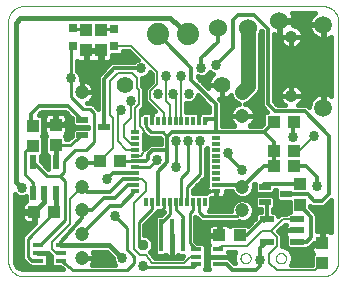
<source format=gtl>
G75*
%MOIN*%
%OFA0B0*%
%FSLAX25Y25*%
%IPPOS*%
%LPD*%
%AMOC8*
5,1,8,0,0,1.08239X$1,22.5*
%
%ADD10C,0.00000*%
%ADD11R,0.03937X0.04331*%
%ADD12R,0.03150X0.03150*%
%ADD13R,0.03937X0.01969*%
%ADD14R,0.02165X0.04724*%
%ADD15R,0.03740X0.01417*%
%ADD16R,0.04331X0.03937*%
%ADD17R,0.04724X0.02165*%
%ADD18C,0.03369*%
%ADD19C,0.05600*%
%ADD20C,0.07400*%
%ADD21C,0.05906*%
%ADD22C,0.04156*%
%ADD23C,0.04724*%
%ADD24R,0.03150X0.01181*%
%ADD25R,0.01181X0.03150*%
%ADD26R,0.01181X0.11000*%
%ADD27C,0.06000*%
%ADD28C,0.01000*%
%ADD29C,0.00600*%
%ADD30C,0.01400*%
%ADD31C,0.01800*%
%ADD32C,0.01600*%
%ADD33C,0.03762*%
%ADD34C,0.00800*%
%ADD35C,0.01200*%
%ADD36C,0.05000*%
D10*
X0016800Y0011800D02*
X0116800Y0011800D01*
X0116940Y0011802D01*
X0117080Y0011808D01*
X0117220Y0011818D01*
X0117360Y0011831D01*
X0117499Y0011849D01*
X0117638Y0011871D01*
X0117775Y0011896D01*
X0117913Y0011925D01*
X0118049Y0011958D01*
X0118184Y0011995D01*
X0118318Y0012036D01*
X0118451Y0012081D01*
X0118583Y0012129D01*
X0118713Y0012181D01*
X0118842Y0012236D01*
X0118969Y0012295D01*
X0119095Y0012358D01*
X0119219Y0012424D01*
X0119340Y0012493D01*
X0119460Y0012566D01*
X0119578Y0012643D01*
X0119693Y0012722D01*
X0119807Y0012805D01*
X0119917Y0012891D01*
X0120026Y0012980D01*
X0120132Y0013072D01*
X0120235Y0013167D01*
X0120336Y0013264D01*
X0120433Y0013365D01*
X0120528Y0013468D01*
X0120620Y0013574D01*
X0120709Y0013683D01*
X0120795Y0013793D01*
X0120878Y0013907D01*
X0120957Y0014022D01*
X0121034Y0014140D01*
X0121107Y0014260D01*
X0121176Y0014381D01*
X0121242Y0014505D01*
X0121305Y0014631D01*
X0121364Y0014758D01*
X0121419Y0014887D01*
X0121471Y0015017D01*
X0121519Y0015149D01*
X0121564Y0015282D01*
X0121605Y0015416D01*
X0121642Y0015551D01*
X0121675Y0015687D01*
X0121704Y0015825D01*
X0121729Y0015962D01*
X0121751Y0016101D01*
X0121769Y0016240D01*
X0121782Y0016380D01*
X0121792Y0016520D01*
X0121798Y0016660D01*
X0121800Y0016800D01*
X0121800Y0096800D01*
X0121798Y0096940D01*
X0121792Y0097080D01*
X0121782Y0097220D01*
X0121769Y0097360D01*
X0121751Y0097499D01*
X0121729Y0097638D01*
X0121704Y0097775D01*
X0121675Y0097913D01*
X0121642Y0098049D01*
X0121605Y0098184D01*
X0121564Y0098318D01*
X0121519Y0098451D01*
X0121471Y0098583D01*
X0121419Y0098713D01*
X0121364Y0098842D01*
X0121305Y0098969D01*
X0121242Y0099095D01*
X0121176Y0099219D01*
X0121107Y0099340D01*
X0121034Y0099460D01*
X0120957Y0099578D01*
X0120878Y0099693D01*
X0120795Y0099807D01*
X0120709Y0099917D01*
X0120620Y0100026D01*
X0120528Y0100132D01*
X0120433Y0100235D01*
X0120336Y0100336D01*
X0120235Y0100433D01*
X0120132Y0100528D01*
X0120026Y0100620D01*
X0119917Y0100709D01*
X0119807Y0100795D01*
X0119693Y0100878D01*
X0119578Y0100957D01*
X0119460Y0101034D01*
X0119340Y0101107D01*
X0119219Y0101176D01*
X0119095Y0101242D01*
X0118969Y0101305D01*
X0118842Y0101364D01*
X0118713Y0101419D01*
X0118583Y0101471D01*
X0118451Y0101519D01*
X0118318Y0101564D01*
X0118184Y0101605D01*
X0118049Y0101642D01*
X0117913Y0101675D01*
X0117775Y0101704D01*
X0117638Y0101729D01*
X0117499Y0101751D01*
X0117360Y0101769D01*
X0117220Y0101782D01*
X0117080Y0101792D01*
X0116940Y0101798D01*
X0116800Y0101800D01*
X0016800Y0101800D01*
X0016660Y0101798D01*
X0016520Y0101792D01*
X0016380Y0101782D01*
X0016240Y0101769D01*
X0016101Y0101751D01*
X0015962Y0101729D01*
X0015825Y0101704D01*
X0015687Y0101675D01*
X0015551Y0101642D01*
X0015416Y0101605D01*
X0015282Y0101564D01*
X0015149Y0101519D01*
X0015017Y0101471D01*
X0014887Y0101419D01*
X0014758Y0101364D01*
X0014631Y0101305D01*
X0014505Y0101242D01*
X0014381Y0101176D01*
X0014260Y0101107D01*
X0014140Y0101034D01*
X0014022Y0100957D01*
X0013907Y0100878D01*
X0013793Y0100795D01*
X0013683Y0100709D01*
X0013574Y0100620D01*
X0013468Y0100528D01*
X0013365Y0100433D01*
X0013264Y0100336D01*
X0013167Y0100235D01*
X0013072Y0100132D01*
X0012980Y0100026D01*
X0012891Y0099917D01*
X0012805Y0099807D01*
X0012722Y0099693D01*
X0012643Y0099578D01*
X0012566Y0099460D01*
X0012493Y0099340D01*
X0012424Y0099219D01*
X0012358Y0099095D01*
X0012295Y0098969D01*
X0012236Y0098842D01*
X0012181Y0098713D01*
X0012129Y0098583D01*
X0012081Y0098451D01*
X0012036Y0098318D01*
X0011995Y0098184D01*
X0011958Y0098049D01*
X0011925Y0097913D01*
X0011896Y0097775D01*
X0011871Y0097638D01*
X0011849Y0097499D01*
X0011831Y0097360D01*
X0011818Y0097220D01*
X0011808Y0097080D01*
X0011802Y0096940D01*
X0011800Y0096800D01*
X0011800Y0016800D01*
X0011802Y0016660D01*
X0011808Y0016520D01*
X0011818Y0016380D01*
X0011831Y0016240D01*
X0011849Y0016101D01*
X0011871Y0015962D01*
X0011896Y0015825D01*
X0011925Y0015687D01*
X0011958Y0015551D01*
X0011995Y0015416D01*
X0012036Y0015282D01*
X0012081Y0015149D01*
X0012129Y0015017D01*
X0012181Y0014887D01*
X0012236Y0014758D01*
X0012295Y0014631D01*
X0012358Y0014505D01*
X0012424Y0014381D01*
X0012493Y0014260D01*
X0012566Y0014140D01*
X0012643Y0014022D01*
X0012722Y0013907D01*
X0012805Y0013793D01*
X0012891Y0013683D01*
X0012980Y0013574D01*
X0013072Y0013468D01*
X0013167Y0013365D01*
X0013264Y0013264D01*
X0013365Y0013167D01*
X0013468Y0013072D01*
X0013574Y0012980D01*
X0013683Y0012891D01*
X0013793Y0012805D01*
X0013907Y0012722D01*
X0014022Y0012643D01*
X0014140Y0012566D01*
X0014260Y0012493D01*
X0014381Y0012424D01*
X0014505Y0012358D01*
X0014631Y0012295D01*
X0014758Y0012236D01*
X0014887Y0012181D01*
X0015017Y0012129D01*
X0015149Y0012081D01*
X0015282Y0012036D01*
X0015416Y0011995D01*
X0015551Y0011958D01*
X0015687Y0011925D01*
X0015825Y0011896D01*
X0015962Y0011871D01*
X0016101Y0011849D01*
X0016240Y0011831D01*
X0016380Y0011818D01*
X0016520Y0011808D01*
X0016660Y0011802D01*
X0016800Y0011800D01*
X0089200Y0017800D02*
X0089202Y0017882D01*
X0089208Y0017964D01*
X0089218Y0018046D01*
X0089232Y0018127D01*
X0089249Y0018207D01*
X0089271Y0018286D01*
X0089296Y0018364D01*
X0089326Y0018441D01*
X0089358Y0018516D01*
X0089395Y0018590D01*
X0089435Y0018662D01*
X0089478Y0018732D01*
X0089525Y0018799D01*
X0089575Y0018865D01*
X0089628Y0018927D01*
X0089683Y0018987D01*
X0089742Y0019045D01*
X0089804Y0019099D01*
X0089868Y0019151D01*
X0089934Y0019199D01*
X0090003Y0019244D01*
X0090074Y0019286D01*
X0090147Y0019324D01*
X0090221Y0019359D01*
X0090297Y0019390D01*
X0090375Y0019417D01*
X0090453Y0019440D01*
X0090533Y0019460D01*
X0090614Y0019476D01*
X0090695Y0019488D01*
X0090777Y0019496D01*
X0090859Y0019500D01*
X0090941Y0019500D01*
X0091023Y0019496D01*
X0091105Y0019488D01*
X0091186Y0019476D01*
X0091267Y0019460D01*
X0091347Y0019440D01*
X0091425Y0019417D01*
X0091503Y0019390D01*
X0091579Y0019359D01*
X0091653Y0019324D01*
X0091726Y0019286D01*
X0091797Y0019244D01*
X0091866Y0019199D01*
X0091932Y0019151D01*
X0091996Y0019099D01*
X0092058Y0019045D01*
X0092117Y0018987D01*
X0092172Y0018927D01*
X0092225Y0018865D01*
X0092275Y0018799D01*
X0092322Y0018732D01*
X0092365Y0018662D01*
X0092405Y0018590D01*
X0092442Y0018516D01*
X0092474Y0018441D01*
X0092504Y0018364D01*
X0092529Y0018286D01*
X0092551Y0018207D01*
X0092568Y0018127D01*
X0092582Y0018046D01*
X0092592Y0017964D01*
X0092598Y0017882D01*
X0092600Y0017800D01*
X0092598Y0017718D01*
X0092592Y0017636D01*
X0092582Y0017554D01*
X0092568Y0017473D01*
X0092551Y0017393D01*
X0092529Y0017314D01*
X0092504Y0017236D01*
X0092474Y0017159D01*
X0092442Y0017084D01*
X0092405Y0017010D01*
X0092365Y0016938D01*
X0092322Y0016868D01*
X0092275Y0016801D01*
X0092225Y0016735D01*
X0092172Y0016673D01*
X0092117Y0016613D01*
X0092058Y0016555D01*
X0091996Y0016501D01*
X0091932Y0016449D01*
X0091866Y0016401D01*
X0091797Y0016356D01*
X0091726Y0016314D01*
X0091653Y0016276D01*
X0091579Y0016241D01*
X0091503Y0016210D01*
X0091425Y0016183D01*
X0091347Y0016160D01*
X0091267Y0016140D01*
X0091186Y0016124D01*
X0091105Y0016112D01*
X0091023Y0016104D01*
X0090941Y0016100D01*
X0090859Y0016100D01*
X0090777Y0016104D01*
X0090695Y0016112D01*
X0090614Y0016124D01*
X0090533Y0016140D01*
X0090453Y0016160D01*
X0090375Y0016183D01*
X0090297Y0016210D01*
X0090221Y0016241D01*
X0090147Y0016276D01*
X0090074Y0016314D01*
X0090003Y0016356D01*
X0089934Y0016401D01*
X0089868Y0016449D01*
X0089804Y0016501D01*
X0089742Y0016555D01*
X0089683Y0016613D01*
X0089628Y0016673D01*
X0089575Y0016735D01*
X0089525Y0016801D01*
X0089478Y0016868D01*
X0089435Y0016938D01*
X0089395Y0017010D01*
X0089358Y0017084D01*
X0089326Y0017159D01*
X0089296Y0017236D01*
X0089271Y0017314D01*
X0089249Y0017393D01*
X0089232Y0017473D01*
X0089218Y0017554D01*
X0089208Y0017636D01*
X0089202Y0017718D01*
X0089200Y0017800D01*
X0101000Y0017800D02*
X0101002Y0017882D01*
X0101008Y0017964D01*
X0101018Y0018046D01*
X0101032Y0018127D01*
X0101049Y0018207D01*
X0101071Y0018286D01*
X0101096Y0018364D01*
X0101126Y0018441D01*
X0101158Y0018516D01*
X0101195Y0018590D01*
X0101235Y0018662D01*
X0101278Y0018732D01*
X0101325Y0018799D01*
X0101375Y0018865D01*
X0101428Y0018927D01*
X0101483Y0018987D01*
X0101542Y0019045D01*
X0101604Y0019099D01*
X0101668Y0019151D01*
X0101734Y0019199D01*
X0101803Y0019244D01*
X0101874Y0019286D01*
X0101947Y0019324D01*
X0102021Y0019359D01*
X0102097Y0019390D01*
X0102175Y0019417D01*
X0102253Y0019440D01*
X0102333Y0019460D01*
X0102414Y0019476D01*
X0102495Y0019488D01*
X0102577Y0019496D01*
X0102659Y0019500D01*
X0102741Y0019500D01*
X0102823Y0019496D01*
X0102905Y0019488D01*
X0102986Y0019476D01*
X0103067Y0019460D01*
X0103147Y0019440D01*
X0103225Y0019417D01*
X0103303Y0019390D01*
X0103379Y0019359D01*
X0103453Y0019324D01*
X0103526Y0019286D01*
X0103597Y0019244D01*
X0103666Y0019199D01*
X0103732Y0019151D01*
X0103796Y0019099D01*
X0103858Y0019045D01*
X0103917Y0018987D01*
X0103972Y0018927D01*
X0104025Y0018865D01*
X0104075Y0018799D01*
X0104122Y0018732D01*
X0104165Y0018662D01*
X0104205Y0018590D01*
X0104242Y0018516D01*
X0104274Y0018441D01*
X0104304Y0018364D01*
X0104329Y0018286D01*
X0104351Y0018207D01*
X0104368Y0018127D01*
X0104382Y0018046D01*
X0104392Y0017964D01*
X0104398Y0017882D01*
X0104400Y0017800D01*
X0104398Y0017718D01*
X0104392Y0017636D01*
X0104382Y0017554D01*
X0104368Y0017473D01*
X0104351Y0017393D01*
X0104329Y0017314D01*
X0104304Y0017236D01*
X0104274Y0017159D01*
X0104242Y0017084D01*
X0104205Y0017010D01*
X0104165Y0016938D01*
X0104122Y0016868D01*
X0104075Y0016801D01*
X0104025Y0016735D01*
X0103972Y0016673D01*
X0103917Y0016613D01*
X0103858Y0016555D01*
X0103796Y0016501D01*
X0103732Y0016449D01*
X0103666Y0016401D01*
X0103597Y0016356D01*
X0103526Y0016314D01*
X0103453Y0016276D01*
X0103379Y0016241D01*
X0103303Y0016210D01*
X0103225Y0016183D01*
X0103147Y0016160D01*
X0103067Y0016140D01*
X0102986Y0016124D01*
X0102905Y0016112D01*
X0102823Y0016104D01*
X0102741Y0016100D01*
X0102659Y0016100D01*
X0102577Y0016104D01*
X0102495Y0016112D01*
X0102414Y0016124D01*
X0102333Y0016140D01*
X0102253Y0016160D01*
X0102175Y0016183D01*
X0102097Y0016210D01*
X0102021Y0016241D01*
X0101947Y0016276D01*
X0101874Y0016314D01*
X0101803Y0016356D01*
X0101734Y0016401D01*
X0101668Y0016449D01*
X0101604Y0016501D01*
X0101542Y0016555D01*
X0101483Y0016613D01*
X0101428Y0016673D01*
X0101375Y0016735D01*
X0101325Y0016801D01*
X0101278Y0016868D01*
X0101235Y0016938D01*
X0101195Y0017010D01*
X0101158Y0017084D01*
X0101126Y0017159D01*
X0101096Y0017236D01*
X0101071Y0017314D01*
X0101049Y0017393D01*
X0101032Y0017473D01*
X0101018Y0017554D01*
X0101008Y0017636D01*
X0101002Y0017718D01*
X0101000Y0017800D01*
D11*
X0116489Y0016143D03*
X0116489Y0022836D03*
X0109050Y0035704D03*
X0109050Y0042396D03*
X0042700Y0087154D03*
X0037850Y0087154D03*
X0037850Y0093846D03*
X0042700Y0093846D03*
X0027550Y0062246D03*
X0020150Y0062046D03*
X0020150Y0055354D03*
X0027550Y0055554D03*
D12*
X0033400Y0088547D03*
X0033400Y0094453D03*
X0047100Y0094353D03*
X0047100Y0088447D03*
D13*
X0036507Y0064009D03*
X0036507Y0058891D03*
X0043593Y0061450D03*
X0097257Y0041609D03*
X0097257Y0036491D03*
X0104343Y0039050D03*
D14*
X0027590Y0039681D03*
X0023850Y0039681D03*
X0020110Y0039681D03*
X0020110Y0049919D03*
X0027590Y0049919D03*
D15*
X0029290Y0022109D03*
X0029290Y0019550D03*
X0029290Y0016991D03*
X0021810Y0016991D03*
X0021810Y0019550D03*
X0021810Y0022109D03*
X0074310Y0020859D03*
X0074310Y0018300D03*
X0074310Y0015741D03*
X0081790Y0015741D03*
X0081790Y0018300D03*
X0081790Y0020859D03*
D16*
X0082204Y0025400D03*
X0088896Y0025400D03*
X0100254Y0048700D03*
X0100254Y0053600D03*
X0106946Y0053600D03*
X0106946Y0048700D03*
X0106946Y0063200D03*
X0100254Y0063200D03*
X0049146Y0050050D03*
X0042454Y0050050D03*
X0027196Y0033200D03*
X0020504Y0033200D03*
D17*
X0097931Y0030790D03*
X0097931Y0023310D03*
X0108169Y0023310D03*
X0108169Y0027050D03*
X0108169Y0030790D03*
D18*
X0114800Y0041800D03*
X0113700Y0058500D03*
X0106800Y0058300D03*
X0089800Y0047100D03*
X0085000Y0052900D03*
X0075800Y0056800D03*
X0071800Y0056800D03*
X0067800Y0056800D03*
X0061300Y0050600D03*
X0067800Y0048300D03*
X0075800Y0040800D03*
X0058800Y0026800D03*
X0049800Y0017800D03*
X0056800Y0015300D03*
X0047300Y0031800D03*
X0044800Y0044300D03*
X0058600Y0056800D03*
X0057850Y0067550D03*
X0052600Y0070300D03*
X0049300Y0067300D03*
X0057700Y0076500D03*
X0056200Y0081100D03*
X0064241Y0078601D03*
X0069359Y0078601D03*
X0066800Y0072499D03*
X0071918Y0072499D03*
X0075250Y0070000D03*
X0084600Y0064850D03*
X0076200Y0081300D03*
X0081000Y0082200D03*
X0061682Y0072499D03*
X0040700Y0081500D03*
X0032800Y0077800D03*
X0032000Y0063200D03*
X0016300Y0041300D03*
X0076700Y0024800D03*
X0095800Y0017300D03*
X0108800Y0018000D03*
D19*
X0082942Y0075550D03*
X0050658Y0075550D03*
D20*
X0061800Y0092509D03*
X0071800Y0092509D03*
D21*
X0116800Y0095578D03*
X0116800Y0068022D03*
D22*
X0106170Y0071957D03*
X0106170Y0091643D03*
D23*
X0089822Y0073109D03*
X0089822Y0065235D03*
X0089822Y0041613D03*
X0089822Y0033739D03*
X0036278Y0033739D03*
X0036278Y0041613D03*
X0036278Y0049487D03*
X0036278Y0025865D03*
X0036278Y0017991D03*
X0036278Y0073109D03*
D24*
X0054164Y0059893D03*
X0054164Y0057924D03*
X0054164Y0055956D03*
X0054164Y0053987D03*
X0054164Y0052019D03*
X0054164Y0050050D03*
X0054164Y0048081D03*
X0054164Y0046113D03*
X0054164Y0044144D03*
X0054164Y0042176D03*
X0054164Y0040207D03*
X0080936Y0040207D03*
X0080936Y0042176D03*
X0080936Y0044144D03*
X0080936Y0046113D03*
X0080936Y0048081D03*
X0080936Y0050050D03*
X0080936Y0052019D03*
X0080936Y0053987D03*
X0080936Y0055956D03*
X0080936Y0057924D03*
X0080936Y0059893D03*
D25*
X0077393Y0063436D03*
X0075424Y0063436D03*
X0073456Y0063436D03*
X0071487Y0063436D03*
X0069519Y0063436D03*
X0067550Y0063436D03*
X0065581Y0063436D03*
X0063613Y0063436D03*
X0061644Y0063436D03*
X0059676Y0063436D03*
X0057707Y0063436D03*
X0057707Y0036664D03*
X0059676Y0036664D03*
X0061644Y0036664D03*
X0063613Y0036664D03*
X0065581Y0036664D03*
X0067550Y0036664D03*
X0069519Y0036664D03*
X0071487Y0036664D03*
X0073456Y0036664D03*
X0075424Y0036664D03*
X0077393Y0036664D03*
D26*
X0070040Y0025400D03*
X0066300Y0025400D03*
X0062560Y0025400D03*
D27*
X0081800Y0094500D03*
X0091800Y0094500D03*
X0102200Y0096900D03*
D28*
X0059676Y0065924D02*
X0059676Y0063436D01*
X0057800Y0063343D02*
X0057707Y0063436D01*
X0057707Y0061393D01*
X0059300Y0059800D01*
X0063300Y0059800D01*
X0064800Y0058300D01*
X0067800Y0056800D02*
X0067800Y0048300D01*
X0069519Y0044519D02*
X0069519Y0036664D01*
X0071487Y0036664D02*
X0071487Y0041487D01*
X0075800Y0045800D01*
X0075800Y0056800D01*
X0071800Y0056800D02*
X0071800Y0046800D01*
X0069519Y0044519D01*
X0067550Y0036664D02*
X0067550Y0034050D01*
X0070040Y0031560D01*
X0070040Y0025400D01*
X0072300Y0022869D02*
X0072300Y0032800D01*
X0073456Y0033956D01*
X0073456Y0036664D01*
X0075424Y0036664D02*
X0075424Y0033176D01*
X0076800Y0031800D01*
X0087883Y0031800D01*
X0089822Y0033739D01*
X0096790Y0030290D02*
X0097931Y0030790D01*
X0097931Y0035816D02*
X0097257Y0036491D01*
X0105050Y0027050D02*
X0103300Y0025300D01*
X0105050Y0027050D02*
X0108169Y0027050D01*
X0097931Y0023310D02*
X0096800Y0023678D01*
X0074310Y0020859D02*
X0072300Y0022869D01*
X0074310Y0015741D02*
X0073369Y0014800D01*
X0057300Y0014800D01*
X0056800Y0015300D01*
X0053800Y0016300D02*
X0053800Y0018300D01*
X0051300Y0020800D01*
X0051300Y0027800D01*
X0047300Y0031800D01*
X0055300Y0029800D02*
X0059676Y0034176D01*
X0059676Y0036664D01*
X0063613Y0036664D02*
X0063613Y0034613D01*
X0061800Y0032800D01*
X0062560Y0029560D02*
X0065581Y0032581D01*
X0065581Y0036664D01*
X0062560Y0029560D02*
X0062560Y0025400D01*
X0056800Y0022300D02*
X0055300Y0023800D01*
X0055300Y0029800D01*
X0053800Y0016300D02*
X0051300Y0013800D01*
X0033481Y0013800D01*
X0029290Y0016991D01*
X0025300Y0018300D02*
X0024050Y0019550D01*
X0021810Y0019550D01*
X0021810Y0022109D02*
X0022001Y0022300D01*
X0022300Y0022300D01*
X0030600Y0030600D01*
X0030600Y0043700D01*
X0029000Y0045300D01*
X0030300Y0046600D01*
X0030300Y0050300D01*
X0034000Y0054000D01*
X0037600Y0054000D01*
X0040300Y0056700D01*
X0040300Y0066300D01*
X0039100Y0067500D01*
X0036800Y0067500D01*
X0032800Y0071500D01*
X0032800Y0077800D01*
X0032800Y0087947D01*
X0033400Y0088547D01*
X0033706Y0094146D02*
X0037850Y0093846D01*
X0033706Y0094146D02*
X0033400Y0094453D01*
X0042706Y0094353D02*
X0042700Y0093846D01*
X0042706Y0094353D02*
X0047100Y0094353D01*
X0057850Y0067550D02*
X0059676Y0065924D01*
X0061300Y0050600D02*
X0058781Y0048081D01*
X0054164Y0048081D01*
X0054164Y0050050D02*
X0049146Y0050050D01*
X0036507Y0058891D02*
X0032369Y0055554D01*
X0027550Y0055554D01*
X0020150Y0055354D02*
X0017300Y0053704D01*
X0017300Y0045800D01*
X0020110Y0042990D01*
X0020110Y0039681D01*
X0024728Y0045300D02*
X0029000Y0045300D01*
X0024728Y0045300D02*
X0020110Y0049919D01*
X0027196Y0033200D02*
X0018300Y0024304D01*
X0018300Y0018300D01*
X0019609Y0016991D01*
X0021810Y0016991D01*
X0025300Y0018300D02*
X0025300Y0015300D01*
X0085000Y0051900D02*
X0085000Y0052900D01*
X0085000Y0051900D02*
X0089800Y0047100D01*
D29*
X0080936Y0040207D02*
X0076393Y0040207D01*
X0075800Y0040800D01*
X0057800Y0040300D02*
X0053800Y0036300D01*
X0053800Y0020800D01*
X0055800Y0018800D01*
X0057800Y0018800D01*
X0059800Y0016300D01*
X0070300Y0016300D01*
X0072300Y0018300D01*
X0074310Y0018300D01*
X0057800Y0040300D02*
X0057800Y0042800D01*
X0056456Y0044144D01*
X0054164Y0044144D01*
X0054164Y0052019D02*
X0055919Y0052019D01*
X0056700Y0052800D01*
X0058600Y0056800D01*
X0057050Y0059800D01*
X0056550Y0060800D01*
X0055800Y0061800D01*
X0055800Y0065800D01*
X0057850Y0067550D01*
X0059000Y0070800D02*
X0063613Y0066187D01*
X0063613Y0063436D01*
X0065581Y0063436D02*
X0065581Y0069019D01*
X0064241Y0070359D01*
X0064241Y0078601D01*
X0061400Y0079900D02*
X0061400Y0076000D01*
X0059000Y0073600D01*
X0059000Y0070800D01*
X0052600Y0070300D02*
X0052600Y0064600D01*
X0050300Y0062300D01*
X0050300Y0058300D01*
X0052644Y0055956D01*
X0054164Y0055956D01*
X0054164Y0053987D02*
X0051113Y0053987D01*
X0048300Y0056800D01*
X0048300Y0066300D01*
X0049300Y0067300D01*
X0053300Y0059800D02*
X0054164Y0059893D01*
X0042454Y0050050D02*
X0041891Y0049487D01*
X0069359Y0063595D02*
X0069519Y0063436D01*
X0069359Y0063595D02*
X0069359Y0078601D01*
X0061400Y0079900D02*
X0052853Y0088447D01*
X0047100Y0088447D01*
X0103593Y0039300D02*
X0104343Y0039050D01*
X0103300Y0025300D02*
X0103300Y0023300D01*
X0105300Y0021300D01*
X0105800Y0021300D01*
X0108800Y0018000D01*
X0023109Y0022109D02*
X0021810Y0022109D01*
D30*
X0036278Y0049487D02*
X0041891Y0049487D01*
X0054164Y0050050D02*
X0057550Y0050050D01*
X0058300Y0050800D01*
X0058300Y0052300D01*
X0059800Y0053800D01*
X0064800Y0053800D01*
X0064800Y0058300D01*
X0066393Y0059893D01*
X0080936Y0059893D01*
X0096946Y0059893D01*
X0100254Y0056585D01*
X0100254Y0053600D01*
X0100254Y0048700D01*
X0096909Y0048700D01*
X0089822Y0041613D01*
X0089259Y0042176D01*
X0080936Y0042176D01*
X0064800Y0049800D02*
X0064800Y0053800D01*
X0064800Y0049800D02*
X0061644Y0046644D01*
X0061644Y0036664D01*
X0081790Y0015741D02*
X0084559Y0015741D01*
X0086300Y0014000D01*
X0094500Y0014000D01*
X0095800Y0015300D01*
X0095800Y0017300D01*
X0095800Y0021178D01*
X0097931Y0023310D01*
X0091400Y0025400D02*
X0096790Y0030790D01*
X0097931Y0030790D01*
X0091400Y0025400D02*
X0088896Y0025400D01*
X0114800Y0041800D02*
X0114800Y0045000D01*
X0111100Y0048700D01*
X0106946Y0048700D01*
X0106800Y0058300D02*
X0106800Y0063054D01*
X0106946Y0063200D01*
X0100254Y0063200D02*
X0096946Y0059893D01*
X0080936Y0059893D02*
X0080936Y0064300D01*
X0080936Y0069164D01*
X0072800Y0077300D01*
X0072800Y0081300D01*
X0064300Y0089800D01*
X0061800Y0092509D01*
X0078257Y0064300D02*
X0080936Y0064300D01*
X0078257Y0064300D02*
X0077393Y0063436D01*
X0020150Y0062046D02*
X0019150Y0063350D01*
D31*
X0014300Y0043300D02*
X0014300Y0096300D01*
X0015800Y0097800D01*
X0065800Y0097800D01*
X0071800Y0092509D01*
X0016300Y0041300D02*
X0014300Y0043300D01*
D32*
X0014100Y0039138D02*
X0014553Y0038685D01*
X0015686Y0038216D01*
X0016913Y0038216D01*
X0017627Y0038511D01*
X0017627Y0036836D01*
X0017233Y0036609D01*
X0016898Y0036274D01*
X0016661Y0035863D01*
X0016538Y0035405D01*
X0016538Y0033384D01*
X0020319Y0033384D01*
X0020319Y0033016D01*
X0016538Y0033016D01*
X0016538Y0030995D01*
X0016661Y0030537D01*
X0016898Y0030126D01*
X0017233Y0029791D01*
X0017643Y0029554D01*
X0018101Y0029431D01*
X0020319Y0029431D01*
X0020319Y0033016D01*
X0020688Y0033016D01*
X0020688Y0029431D01*
X0020741Y0029431D01*
X0016400Y0025091D01*
X0016400Y0017513D01*
X0017513Y0016400D01*
X0018822Y0015091D01*
X0019151Y0015091D01*
X0019360Y0014882D01*
X0024260Y0014882D01*
X0025080Y0015702D01*
X0025080Y0017696D01*
X0025120Y0017736D01*
X0025357Y0018147D01*
X0025480Y0018604D01*
X0025480Y0019075D01*
X0026020Y0018534D01*
X0026020Y0015702D01*
X0026840Y0014882D01*
X0028923Y0014882D01*
X0029951Y0014100D01*
X0016800Y0014100D01*
X0016273Y0014152D01*
X0015300Y0014555D01*
X0014555Y0015300D01*
X0014152Y0016273D01*
X0014100Y0016800D01*
X0014100Y0039138D01*
X0014100Y0038975D02*
X0014264Y0038975D01*
X0014100Y0037376D02*
X0017627Y0037376D01*
X0016638Y0035778D02*
X0014100Y0035778D01*
X0014100Y0034179D02*
X0016538Y0034179D01*
X0016538Y0032581D02*
X0014100Y0032581D01*
X0014100Y0030982D02*
X0016541Y0030982D01*
X0014100Y0029384D02*
X0020693Y0029384D01*
X0019095Y0027785D02*
X0014100Y0027785D01*
X0014100Y0026187D02*
X0017496Y0026187D01*
X0016400Y0024588D02*
X0014100Y0024588D01*
X0014100Y0022990D02*
X0016400Y0022990D01*
X0016400Y0021391D02*
X0014100Y0021391D01*
X0014100Y0019793D02*
X0016400Y0019793D01*
X0016400Y0018194D02*
X0014100Y0018194D01*
X0014120Y0016596D02*
X0017317Y0016596D01*
X0019245Y0014997D02*
X0014858Y0014997D01*
X0021810Y0019550D02*
X0025004Y0019550D01*
X0025004Y0019550D01*
X0021810Y0019550D01*
X0021810Y0019550D01*
X0025370Y0018194D02*
X0026020Y0018194D01*
X0026020Y0016596D02*
X0025080Y0016596D01*
X0024375Y0014997D02*
X0026725Y0014997D01*
X0029290Y0022109D02*
X0045491Y0022109D01*
X0049800Y0017800D01*
X0046961Y0016596D02*
X0040201Y0016596D01*
X0040136Y0016393D02*
X0040338Y0017016D01*
X0040441Y0017663D01*
X0040441Y0017991D01*
X0040441Y0018319D01*
X0040338Y0018966D01*
X0040136Y0019589D01*
X0039972Y0019909D01*
X0044580Y0019909D01*
X0046716Y0017773D01*
X0046716Y0017186D01*
X0047185Y0016053D01*
X0047538Y0015700D01*
X0039759Y0015700D01*
X0039838Y0015809D01*
X0040136Y0016393D01*
X0040441Y0017991D02*
X0036278Y0017991D01*
X0040441Y0017991D01*
X0040441Y0018194D02*
X0046295Y0018194D01*
X0044696Y0019793D02*
X0040032Y0019793D01*
X0036278Y0017991D02*
X0036278Y0017991D01*
X0020688Y0030982D02*
X0020319Y0030982D01*
X0020319Y0032581D02*
X0020688Y0032581D01*
X0020504Y0033200D02*
X0023850Y0036546D01*
X0023850Y0039681D01*
X0023850Y0036533D01*
X0023850Y0036533D01*
X0023850Y0039681D01*
X0023850Y0039681D01*
X0023850Y0038975D02*
X0023850Y0038975D01*
X0023850Y0037376D02*
X0023850Y0037376D01*
X0027590Y0039681D02*
X0027590Y0033594D01*
X0027196Y0033200D01*
X0025107Y0047608D02*
X0022593Y0050123D01*
X0022593Y0051788D01*
X0022698Y0051788D01*
X0023518Y0052608D01*
X0023518Y0058099D01*
X0022917Y0058700D01*
X0023518Y0059301D01*
X0023518Y0064792D01*
X0022698Y0065612D01*
X0021940Y0065612D01*
X0023028Y0066700D01*
X0030772Y0066700D01*
X0033138Y0064333D01*
X0033138Y0062445D01*
X0033958Y0061625D01*
X0038400Y0061625D01*
X0038400Y0061275D01*
X0033958Y0061275D01*
X0033138Y0060455D01*
X0033138Y0058615D01*
X0031698Y0057454D01*
X0030918Y0057454D01*
X0030918Y0058299D01*
X0030594Y0058623D01*
X0030624Y0058641D01*
X0030959Y0058976D01*
X0031196Y0059386D01*
X0031318Y0059844D01*
X0031318Y0062062D01*
X0027734Y0062062D01*
X0027734Y0062431D01*
X0027366Y0062431D01*
X0027366Y0066212D01*
X0025345Y0066212D01*
X0024887Y0066089D01*
X0024476Y0065852D01*
X0024141Y0065517D01*
X0023904Y0065107D01*
X0023781Y0064649D01*
X0023781Y0062431D01*
X0027366Y0062431D01*
X0027366Y0062062D01*
X0023781Y0062062D01*
X0023781Y0059844D01*
X0023904Y0059386D01*
X0024141Y0058976D01*
X0024476Y0058641D01*
X0024506Y0058623D01*
X0024181Y0058299D01*
X0024181Y0052808D01*
X0025002Y0051988D01*
X0025107Y0051988D01*
X0025107Y0047608D01*
X0025107Y0048566D02*
X0024150Y0048566D01*
X0025107Y0050164D02*
X0022593Y0050164D01*
X0022593Y0051763D02*
X0025107Y0051763D01*
X0024181Y0053361D02*
X0023518Y0053361D01*
X0023518Y0054960D02*
X0024181Y0054960D01*
X0024181Y0056558D02*
X0023518Y0056558D01*
X0023460Y0058157D02*
X0024181Y0058157D01*
X0023805Y0059755D02*
X0023518Y0059755D01*
X0023518Y0061354D02*
X0023781Y0061354D01*
X0023781Y0062952D02*
X0023518Y0062952D01*
X0023518Y0064551D02*
X0023781Y0064551D01*
X0022478Y0066149D02*
X0025112Y0066149D01*
X0027366Y0066149D02*
X0027734Y0066149D01*
X0027734Y0066212D02*
X0027734Y0062431D01*
X0031318Y0062431D01*
X0031318Y0064649D01*
X0031196Y0065107D01*
X0030959Y0065517D01*
X0030624Y0065852D01*
X0030213Y0066089D01*
X0029755Y0066212D01*
X0027734Y0066212D01*
X0027734Y0064551D02*
X0027366Y0064551D01*
X0027366Y0062952D02*
X0027734Y0062952D01*
X0031318Y0062952D02*
X0033138Y0062952D01*
X0032921Y0064551D02*
X0031318Y0064551D01*
X0031322Y0066149D02*
X0029988Y0066149D01*
X0031318Y0061354D02*
X0038400Y0061354D01*
X0033138Y0059755D02*
X0031295Y0059755D01*
X0030918Y0058157D02*
X0032570Y0058157D01*
X0027550Y0055554D02*
X0027550Y0053059D01*
X0027590Y0049919D01*
X0041593Y0067694D02*
X0039887Y0069400D01*
X0038167Y0069400D01*
X0038460Y0069549D01*
X0038990Y0069934D01*
X0039453Y0070398D01*
X0039838Y0070928D01*
X0040136Y0071511D01*
X0040338Y0072134D01*
X0040441Y0072781D01*
X0040441Y0073109D01*
X0040441Y0073437D01*
X0040338Y0074084D01*
X0040136Y0074707D01*
X0039838Y0075291D01*
X0039453Y0075821D01*
X0038990Y0076284D01*
X0038460Y0076669D01*
X0037876Y0076966D01*
X0037253Y0077169D01*
X0036606Y0077271D01*
X0036278Y0077271D01*
X0035951Y0077271D01*
X0035884Y0077261D01*
X0035884Y0078413D01*
X0035415Y0079547D01*
X0034700Y0080262D01*
X0034700Y0083624D01*
X0034776Y0083548D01*
X0035187Y0083311D01*
X0035645Y0083188D01*
X0037666Y0083188D01*
X0037666Y0086969D01*
X0038034Y0086969D01*
X0038034Y0083188D01*
X0040055Y0083188D01*
X0040275Y0083247D01*
X0040495Y0083188D01*
X0042516Y0083188D01*
X0042516Y0086969D01*
X0042884Y0086969D01*
X0042884Y0083188D01*
X0044905Y0083188D01*
X0045363Y0083311D01*
X0045774Y0083548D01*
X0046109Y0083883D01*
X0046346Y0084293D01*
X0046468Y0084751D01*
X0046468Y0085472D01*
X0049255Y0085472D01*
X0050075Y0086293D01*
X0050075Y0086747D01*
X0052149Y0086747D01*
X0054968Y0083928D01*
X0054453Y0083715D01*
X0053838Y0083100D01*
X0046172Y0083100D01*
X0041593Y0078522D01*
X0041593Y0067694D01*
X0041593Y0067748D02*
X0041539Y0067748D01*
X0041593Y0069346D02*
X0039941Y0069346D01*
X0039847Y0070945D02*
X0041593Y0070945D01*
X0041593Y0072543D02*
X0040403Y0072543D01*
X0040441Y0073109D02*
X0036278Y0073109D01*
X0036278Y0077271D01*
X0036278Y0073109D01*
X0036278Y0073109D01*
X0040441Y0073109D01*
X0040319Y0074142D02*
X0041593Y0074142D01*
X0041593Y0075740D02*
X0039511Y0075740D01*
X0041593Y0077339D02*
X0035884Y0077339D01*
X0035667Y0078937D02*
X0042009Y0078937D01*
X0043608Y0080536D02*
X0034700Y0080536D01*
X0034700Y0082134D02*
X0045206Y0082134D01*
X0045959Y0083733D02*
X0054497Y0083733D01*
X0053564Y0085332D02*
X0046468Y0085332D01*
X0042884Y0085332D02*
X0042516Y0085332D01*
X0042516Y0086930D02*
X0042884Y0086930D01*
X0042516Y0086969D02*
X0041618Y0086969D01*
X0038034Y0086969D01*
X0038034Y0087338D01*
X0042516Y0087338D01*
X0042516Y0086969D01*
X0042516Y0083733D02*
X0042884Y0083733D01*
X0038034Y0083733D02*
X0037666Y0083733D01*
X0037666Y0085332D02*
X0038034Y0085332D01*
X0038034Y0086930D02*
X0037666Y0086930D01*
X0036278Y0075740D02*
X0036278Y0075740D01*
X0036278Y0074142D02*
X0036278Y0074142D01*
X0036278Y0073109D02*
X0036278Y0073109D01*
X0055964Y0067119D02*
X0055964Y0065838D01*
X0056537Y0066411D01*
X0057940Y0066411D01*
X0057980Y0066451D01*
X0058391Y0066688D01*
X0058848Y0066811D01*
X0059676Y0066811D01*
X0059676Y0065613D01*
X0059676Y0065613D01*
X0059676Y0065613D01*
X0059676Y0066811D01*
X0060504Y0066811D01*
X0060615Y0066781D01*
X0057300Y0070096D01*
X0057300Y0074304D01*
X0059700Y0076704D01*
X0059700Y0079196D01*
X0059028Y0079868D01*
X0058815Y0079353D01*
X0057947Y0078485D01*
X0056813Y0078016D01*
X0056500Y0078016D01*
X0056500Y0075346D01*
X0057200Y0074646D01*
X0057200Y0068354D01*
X0056146Y0067300D01*
X0055964Y0067119D01*
X0056593Y0067748D02*
X0059648Y0067748D01*
X0059676Y0066149D02*
X0059676Y0066149D01*
X0056276Y0066149D02*
X0055964Y0066149D01*
X0057200Y0069346D02*
X0058049Y0069346D01*
X0057300Y0070945D02*
X0057200Y0070945D01*
X0057200Y0072543D02*
X0057300Y0072543D01*
X0057300Y0074142D02*
X0057200Y0074142D01*
X0056500Y0075740D02*
X0058736Y0075740D01*
X0059700Y0077339D02*
X0056500Y0077339D01*
X0058399Y0078937D02*
X0059700Y0078937D01*
X0071059Y0069516D02*
X0071305Y0069415D01*
X0072532Y0069415D01*
X0073665Y0069884D01*
X0074533Y0070752D01*
X0075002Y0071885D01*
X0075002Y0072128D01*
X0078836Y0068294D01*
X0078836Y0066400D01*
X0078574Y0066400D01*
X0078563Y0066411D01*
X0077160Y0066411D01*
X0077120Y0066451D01*
X0076709Y0066688D01*
X0076252Y0066811D01*
X0075424Y0066811D01*
X0074596Y0066811D01*
X0074139Y0066688D01*
X0073728Y0066451D01*
X0073688Y0066411D01*
X0071059Y0066411D01*
X0071059Y0069516D01*
X0071059Y0069346D02*
X0077784Y0069346D01*
X0076185Y0070945D02*
X0074613Y0070945D01*
X0071059Y0067748D02*
X0078836Y0067748D01*
X0075424Y0066811D02*
X0075424Y0065613D01*
X0075424Y0066811D01*
X0075424Y0066149D02*
X0075424Y0066149D01*
X0075424Y0065613D02*
X0075424Y0065613D01*
X0075424Y0065613D01*
X0082033Y0071037D02*
X0082580Y0070950D01*
X0082942Y0070950D01*
X0083304Y0070950D01*
X0084019Y0071063D01*
X0084708Y0071287D01*
X0085353Y0071616D01*
X0085938Y0072041D01*
X0086012Y0072115D01*
X0086515Y0070900D01*
X0087612Y0069803D01*
X0088843Y0069293D01*
X0088224Y0069092D01*
X0087640Y0068795D01*
X0087110Y0068410D01*
X0086647Y0067947D01*
X0086262Y0067416D01*
X0085964Y0066833D01*
X0085762Y0066210D01*
X0085659Y0065563D01*
X0085659Y0065235D01*
X0085659Y0064907D01*
X0085762Y0064260D01*
X0085964Y0063637D01*
X0086262Y0063054D01*
X0086647Y0062524D01*
X0087110Y0062060D01*
X0087203Y0061993D01*
X0083036Y0061993D01*
X0083036Y0063430D01*
X0083036Y0070034D01*
X0082033Y0071037D01*
X0082125Y0070945D02*
X0086497Y0070945D01*
X0088714Y0069346D02*
X0083036Y0069346D01*
X0082942Y0070950D02*
X0082942Y0075550D01*
X0082942Y0075550D01*
X0082942Y0070950D01*
X0082942Y0072543D02*
X0082942Y0072543D01*
X0082942Y0074142D02*
X0082942Y0074142D01*
X0082942Y0075550D02*
X0078342Y0075550D01*
X0078342Y0075188D01*
X0078428Y0074642D01*
X0074900Y0078170D01*
X0074900Y0078500D01*
X0075586Y0078216D01*
X0076813Y0078216D01*
X0077947Y0078685D01*
X0078815Y0079553D01*
X0078953Y0079886D01*
X0079253Y0079585D01*
X0080155Y0079211D01*
X0079945Y0079059D01*
X0079433Y0078547D01*
X0079007Y0077961D01*
X0078679Y0077316D01*
X0078455Y0076627D01*
X0078342Y0075912D01*
X0078342Y0075550D01*
X0082942Y0075550D01*
X0082942Y0075550D01*
X0079824Y0078937D02*
X0078199Y0078937D01*
X0078691Y0077339D02*
X0075731Y0077339D01*
X0077329Y0075740D02*
X0078342Y0075740D01*
X0083036Y0067748D02*
X0086503Y0067748D01*
X0085752Y0066149D02*
X0083036Y0066149D01*
X0083036Y0064551D02*
X0085716Y0064551D01*
X0085659Y0065235D02*
X0089822Y0065235D01*
X0089822Y0065235D01*
X0093984Y0065235D01*
X0093984Y0064907D01*
X0093881Y0064260D01*
X0093679Y0063637D01*
X0093381Y0063054D01*
X0092996Y0062524D01*
X0092533Y0062060D01*
X0092440Y0061993D01*
X0096076Y0061993D01*
X0096688Y0062604D01*
X0096688Y0065748D01*
X0097508Y0066568D01*
X0098203Y0066568D01*
X0096300Y0068472D01*
X0096300Y0093472D01*
X0096184Y0093587D01*
X0095700Y0092418D01*
X0095700Y0074312D01*
X0095106Y0072878D01*
X0094009Y0071781D01*
X0092031Y0069803D01*
X0090801Y0069293D01*
X0091419Y0069092D01*
X0092003Y0068795D01*
X0092533Y0068410D01*
X0092996Y0067947D01*
X0093381Y0067416D01*
X0093679Y0066833D01*
X0093881Y0066210D01*
X0093984Y0065563D01*
X0093984Y0065235D01*
X0089822Y0065235D01*
X0089822Y0065235D01*
X0085659Y0065235D01*
X0086335Y0062952D02*
X0083036Y0062952D01*
X0090929Y0069346D02*
X0096300Y0069346D01*
X0096300Y0070945D02*
X0093173Y0070945D01*
X0094771Y0072543D02*
X0096300Y0072543D01*
X0096300Y0074142D02*
X0095630Y0074142D01*
X0095700Y0075740D02*
X0096300Y0075740D01*
X0096300Y0077339D02*
X0095700Y0077339D01*
X0095700Y0078937D02*
X0096300Y0078937D01*
X0096300Y0080536D02*
X0095700Y0080536D01*
X0095700Y0082134D02*
X0096300Y0082134D01*
X0096300Y0083733D02*
X0095700Y0083733D01*
X0095700Y0085332D02*
X0096300Y0085332D01*
X0096300Y0086930D02*
X0095700Y0086930D01*
X0095700Y0088529D02*
X0096300Y0088529D01*
X0096300Y0090127D02*
X0095700Y0090127D01*
X0095700Y0091726D02*
X0096300Y0091726D01*
X0096300Y0093324D02*
X0096075Y0093324D01*
X0100300Y0092481D02*
X0100357Y0092452D01*
X0101076Y0092218D01*
X0101822Y0092100D01*
X0102000Y0092100D01*
X0102000Y0096700D01*
X0102400Y0096700D01*
X0102400Y0097100D01*
X0107000Y0097100D01*
X0107000Y0097278D01*
X0106882Y0098024D01*
X0106648Y0098743D01*
X0106305Y0099416D01*
X0106244Y0099500D01*
X0114112Y0099500D01*
X0113704Y0099203D01*
X0113175Y0098674D01*
X0112735Y0098069D01*
X0112395Y0097402D01*
X0112164Y0096691D01*
X0112047Y0095952D01*
X0112047Y0095762D01*
X0116616Y0095762D01*
X0116616Y0095394D01*
X0112047Y0095394D01*
X0112047Y0095204D01*
X0112164Y0094465D01*
X0112395Y0093754D01*
X0112735Y0093087D01*
X0113175Y0092482D01*
X0113704Y0091953D01*
X0114309Y0091513D01*
X0114976Y0091173D01*
X0115687Y0090942D01*
X0116426Y0090825D01*
X0116616Y0090825D01*
X0116616Y0095394D01*
X0116984Y0095394D01*
X0116984Y0090825D01*
X0117174Y0090825D01*
X0117913Y0090942D01*
X0118624Y0091173D01*
X0119291Y0091513D01*
X0119500Y0091665D01*
X0119500Y0071935D01*
X0119291Y0072087D01*
X0118624Y0072427D01*
X0117913Y0072658D01*
X0117174Y0072775D01*
X0116984Y0072775D01*
X0116984Y0068206D01*
X0116616Y0068206D01*
X0116616Y0072775D01*
X0116426Y0072775D01*
X0115687Y0072658D01*
X0114976Y0072427D01*
X0114309Y0072087D01*
X0113704Y0071647D01*
X0113175Y0071118D01*
X0112735Y0070513D01*
X0112395Y0069846D01*
X0112164Y0069135D01*
X0112047Y0068396D01*
X0112047Y0068281D01*
X0111528Y0068800D01*
X0108425Y0068800D01*
X0108642Y0068945D01*
X0109182Y0069485D01*
X0109607Y0070121D01*
X0109899Y0070826D01*
X0110048Y0071576D01*
X0110048Y0071957D01*
X0106170Y0071957D01*
X0102292Y0071957D01*
X0102292Y0071576D01*
X0102441Y0070826D01*
X0102733Y0070121D01*
X0103158Y0069485D01*
X0103698Y0068945D01*
X0103915Y0068800D01*
X0101628Y0068800D01*
X0100300Y0070128D01*
X0100300Y0092481D01*
X0100300Y0091726D02*
X0102292Y0091726D01*
X0102292Y0091643D02*
X0106170Y0091643D01*
X0106170Y0091642D01*
X0106170Y0091642D01*
X0106170Y0087765D01*
X0105788Y0087765D01*
X0105039Y0087914D01*
X0104333Y0088206D01*
X0103698Y0088630D01*
X0103158Y0089170D01*
X0102733Y0089806D01*
X0102441Y0090511D01*
X0102292Y0091261D01*
X0102292Y0091642D01*
X0106170Y0091642D01*
X0106170Y0087765D01*
X0106552Y0087765D01*
X0107301Y0087914D01*
X0108007Y0088206D01*
X0108642Y0088630D01*
X0109182Y0089170D01*
X0109607Y0089806D01*
X0109899Y0090511D01*
X0110048Y0091261D01*
X0110048Y0091642D01*
X0106170Y0091642D01*
X0106170Y0091643D01*
X0110048Y0091643D01*
X0110048Y0092024D01*
X0109899Y0092774D01*
X0109607Y0093479D01*
X0109182Y0094115D01*
X0108642Y0094655D01*
X0108007Y0095079D01*
X0107301Y0095371D01*
X0106784Y0095474D01*
X0106882Y0095776D01*
X0107000Y0096522D01*
X0107000Y0096700D01*
X0102400Y0096700D01*
X0102400Y0092567D01*
X0102292Y0092024D01*
X0102292Y0091643D01*
X0102600Y0090127D02*
X0100300Y0090127D01*
X0100300Y0088529D02*
X0103850Y0088529D01*
X0106170Y0088529D02*
X0106170Y0088529D01*
X0106170Y0090127D02*
X0106170Y0090127D01*
X0108490Y0088529D02*
X0119500Y0088529D01*
X0119500Y0086930D02*
X0100300Y0086930D01*
X0100300Y0085332D02*
X0119500Y0085332D01*
X0119500Y0083733D02*
X0100300Y0083733D01*
X0100300Y0082134D02*
X0119500Y0082134D01*
X0119500Y0080536D02*
X0100300Y0080536D01*
X0100300Y0078937D02*
X0119500Y0078937D01*
X0119500Y0077339D02*
X0100300Y0077339D01*
X0100300Y0075740D02*
X0105311Y0075740D01*
X0105039Y0075686D02*
X0104333Y0075394D01*
X0103698Y0074970D01*
X0103158Y0074430D01*
X0102733Y0073794D01*
X0102441Y0073089D01*
X0102292Y0072339D01*
X0102292Y0071958D01*
X0106170Y0071958D01*
X0106170Y0075835D01*
X0105788Y0075835D01*
X0105039Y0075686D01*
X0106170Y0075740D02*
X0106170Y0075740D01*
X0106170Y0075835D02*
X0106170Y0071958D01*
X0106170Y0071958D01*
X0106170Y0071957D01*
X0106170Y0071958D01*
X0110048Y0071958D01*
X0110048Y0072339D01*
X0109899Y0073089D01*
X0109607Y0073794D01*
X0109182Y0074430D01*
X0108642Y0074970D01*
X0108007Y0075394D01*
X0107301Y0075686D01*
X0106552Y0075835D01*
X0106170Y0075835D01*
X0107029Y0075740D02*
X0119500Y0075740D01*
X0119500Y0074142D02*
X0109374Y0074142D01*
X0110007Y0072543D02*
X0115335Y0072543D01*
X0116616Y0072543D02*
X0116984Y0072543D01*
X0118265Y0072543D02*
X0119500Y0072543D01*
X0116984Y0070945D02*
X0116616Y0070945D01*
X0116616Y0069346D02*
X0116984Y0069346D01*
X0113049Y0070945D02*
X0109923Y0070945D01*
X0109043Y0069346D02*
X0112233Y0069346D01*
X0106170Y0072543D02*
X0106170Y0072543D01*
X0106170Y0074142D02*
X0106170Y0074142D01*
X0102966Y0074142D02*
X0100300Y0074142D01*
X0100300Y0072543D02*
X0102333Y0072543D01*
X0102418Y0070945D02*
X0100300Y0070945D01*
X0101082Y0069346D02*
X0103297Y0069346D01*
X0097024Y0067748D02*
X0093141Y0067748D01*
X0093891Y0066149D02*
X0097089Y0066149D01*
X0096688Y0064551D02*
X0093927Y0064551D01*
X0093308Y0062952D02*
X0096688Y0062952D01*
X0077961Y0054599D02*
X0077700Y0054338D01*
X0077700Y0045013D01*
X0073387Y0040700D01*
X0073387Y0039639D01*
X0077561Y0039639D01*
X0077561Y0040207D01*
X0078759Y0040207D01*
X0078759Y0040208D01*
X0077561Y0040208D01*
X0077561Y0041035D01*
X0077684Y0041493D01*
X0077921Y0041903D01*
X0077961Y0041944D01*
X0077961Y0054599D01*
X0077961Y0053361D02*
X0077700Y0053361D01*
X0077700Y0051763D02*
X0077961Y0051763D01*
X0077961Y0050164D02*
X0077700Y0050164D01*
X0077700Y0048566D02*
X0077961Y0048566D01*
X0077961Y0046967D02*
X0077700Y0046967D01*
X0077700Y0045369D02*
X0077961Y0045369D01*
X0077961Y0043770D02*
X0076457Y0043770D01*
X0077961Y0042172D02*
X0074859Y0042172D01*
X0073387Y0040573D02*
X0077561Y0040573D01*
X0079383Y0037817D02*
X0080936Y0037817D01*
X0082748Y0037817D01*
X0083205Y0037940D01*
X0083616Y0038177D01*
X0083951Y0038512D01*
X0084188Y0038922D01*
X0084311Y0039380D01*
X0084311Y0040076D01*
X0086386Y0040076D01*
X0086632Y0039482D01*
X0087691Y0038424D01*
X0089073Y0037851D01*
X0090570Y0037851D01*
X0091953Y0038424D01*
X0093011Y0039482D01*
X0093584Y0040865D01*
X0093584Y0042361D01*
X0093571Y0042392D01*
X0093888Y0042710D01*
X0093888Y0040045D01*
X0094708Y0039225D01*
X0099805Y0039225D01*
X0100625Y0040045D01*
X0100625Y0040396D01*
X0100975Y0040396D01*
X0100975Y0037486D01*
X0101795Y0036666D01*
X0105681Y0036666D01*
X0105681Y0033273D01*
X0105226Y0033273D01*
X0104544Y0032590D01*
X0102545Y0032590D01*
X0101694Y0031739D01*
X0101694Y0032453D01*
X0100874Y0033273D01*
X0099931Y0033273D01*
X0099931Y0034233D01*
X0100625Y0034927D01*
X0100625Y0038055D01*
X0099805Y0038875D01*
X0094708Y0038875D01*
X0093888Y0038055D01*
X0093888Y0034927D01*
X0094708Y0034107D01*
X0095931Y0034107D01*
X0095931Y0033273D01*
X0094989Y0033273D01*
X0094169Y0032453D01*
X0094169Y0031139D01*
X0091720Y0028690D01*
X0091642Y0028768D01*
X0086151Y0028768D01*
X0085827Y0028444D01*
X0085809Y0028474D01*
X0085474Y0028809D01*
X0085064Y0029046D01*
X0084606Y0029168D01*
X0082388Y0029168D01*
X0082388Y0025584D01*
X0082019Y0025584D01*
X0082019Y0025216D01*
X0078238Y0025216D01*
X0078238Y0023195D01*
X0078361Y0022737D01*
X0078598Y0022326D01*
X0078648Y0022276D01*
X0078520Y0022148D01*
X0078520Y0020154D01*
X0078480Y0020114D01*
X0078243Y0019703D01*
X0078120Y0019246D01*
X0078120Y0018300D01*
X0081790Y0018300D01*
X0081790Y0018300D01*
X0078120Y0018300D01*
X0078120Y0017354D01*
X0078243Y0016897D01*
X0078480Y0016486D01*
X0078520Y0016446D01*
X0078520Y0014452D01*
X0078872Y0014100D01*
X0077228Y0014100D01*
X0077580Y0014452D01*
X0077580Y0022148D01*
X0076760Y0022968D01*
X0074888Y0022968D01*
X0074200Y0023656D01*
X0074200Y0031713D01*
X0074900Y0031013D01*
X0076013Y0029900D01*
X0088670Y0029900D01*
X0088842Y0030073D01*
X0089073Y0029977D01*
X0090570Y0029977D01*
X0091953Y0030550D01*
X0093011Y0031608D01*
X0093584Y0032991D01*
X0093584Y0034487D01*
X0093011Y0035870D01*
X0091953Y0036928D01*
X0090570Y0037501D01*
X0089073Y0037501D01*
X0087691Y0036928D01*
X0086632Y0035870D01*
X0086059Y0034487D01*
X0086059Y0033700D01*
X0078574Y0033700D01*
X0079383Y0034509D01*
X0079383Y0037817D01*
X0079383Y0037376D02*
X0088772Y0037376D01*
X0090872Y0037376D02*
X0093888Y0037376D01*
X0093888Y0035778D02*
X0093049Y0035778D01*
X0093584Y0034179D02*
X0094636Y0034179D01*
X0094297Y0032581D02*
X0093414Y0032581D01*
X0094012Y0030982D02*
X0092385Y0030982D01*
X0092414Y0029384D02*
X0074200Y0029384D01*
X0074200Y0027785D02*
X0078286Y0027785D01*
X0078238Y0027605D02*
X0078238Y0025584D01*
X0082019Y0025584D01*
X0082019Y0029168D01*
X0079801Y0029168D01*
X0079343Y0029046D01*
X0078933Y0028809D01*
X0078598Y0028474D01*
X0078361Y0028063D01*
X0078238Y0027605D01*
X0078238Y0026187D02*
X0074200Y0026187D01*
X0074200Y0024588D02*
X0078238Y0024588D01*
X0078293Y0022990D02*
X0074866Y0022990D01*
X0077580Y0021391D02*
X0078520Y0021391D01*
X0078294Y0019793D02*
X0077580Y0019793D01*
X0077580Y0018194D02*
X0078120Y0018194D01*
X0078417Y0016596D02*
X0077580Y0016596D01*
X0077580Y0014997D02*
X0078520Y0014997D01*
X0081790Y0018300D02*
X0081790Y0018300D01*
X0085460Y0018300D01*
X0085460Y0019246D01*
X0085338Y0019703D01*
X0085166Y0020000D01*
X0087482Y0020000D01*
X0086900Y0018596D01*
X0086900Y0017004D01*
X0087275Y0016100D01*
X0087170Y0016100D01*
X0085460Y0017810D01*
X0085460Y0018300D01*
X0081790Y0018300D01*
X0085460Y0018194D02*
X0086900Y0018194D01*
X0087396Y0019793D02*
X0085286Y0019793D01*
X0086674Y0016596D02*
X0087069Y0016596D01*
X0082388Y0026187D02*
X0082019Y0026187D01*
X0082019Y0027785D02*
X0082388Y0027785D01*
X0074931Y0030982D02*
X0074200Y0030982D01*
X0079053Y0034179D02*
X0086059Y0034179D01*
X0086594Y0035778D02*
X0079383Y0035778D01*
X0080936Y0037817D02*
X0080936Y0040076D01*
X0080936Y0037817D01*
X0080936Y0038975D02*
X0080936Y0038975D01*
X0080936Y0040076D02*
X0080936Y0040076D01*
X0084202Y0038975D02*
X0087139Y0038975D01*
X0092504Y0038975D02*
X0100975Y0038975D01*
X0101084Y0037376D02*
X0100625Y0037376D01*
X0100625Y0035778D02*
X0105681Y0035778D01*
X0105681Y0034179D02*
X0099931Y0034179D01*
X0101566Y0032581D02*
X0102535Y0032581D01*
X0104036Y0028990D02*
X0104223Y0028990D01*
X0104129Y0028827D01*
X0104006Y0028370D01*
X0104006Y0027050D01*
X0104006Y0025730D01*
X0104129Y0025273D01*
X0104366Y0024862D01*
X0104406Y0024822D01*
X0104406Y0021647D01*
X0104790Y0021264D01*
X0103496Y0021800D01*
X0103100Y0021800D01*
X0103100Y0025546D01*
X0101846Y0026800D01*
X0104036Y0028990D01*
X0104006Y0027785D02*
X0102831Y0027785D01*
X0104006Y0027050D02*
X0108168Y0027050D01*
X0104006Y0027050D01*
X0104006Y0026187D02*
X0102459Y0026187D01*
X0103100Y0024588D02*
X0104406Y0024588D01*
X0104406Y0022990D02*
X0103100Y0022990D01*
X0104483Y0021391D02*
X0104662Y0021391D01*
X0105330Y0020827D02*
X0111111Y0020827D01*
X0111593Y0021310D01*
X0112138Y0021310D01*
X0112721Y0021892D01*
X0112721Y0020433D01*
X0112843Y0019976D01*
X0113080Y0019565D01*
X0113416Y0019230D01*
X0113446Y0019213D01*
X0113121Y0018888D01*
X0113121Y0015600D01*
X0106118Y0015600D01*
X0106700Y0017004D01*
X0106700Y0018596D01*
X0106091Y0020066D01*
X0105330Y0020827D01*
X0106204Y0019793D02*
X0112949Y0019793D01*
X0113121Y0018194D02*
X0106700Y0018194D01*
X0106531Y0016596D02*
X0113121Y0016596D01*
X0110500Y0018800D02*
X0114536Y0022836D01*
X0116489Y0022836D01*
X0116305Y0022990D02*
X0113818Y0022990D01*
X0113848Y0023020D02*
X0116305Y0023020D01*
X0116305Y0022652D01*
X0113480Y0022652D01*
X0113628Y0022800D01*
X0113848Y0023020D01*
X0112721Y0021391D02*
X0112219Y0021391D01*
X0110500Y0018800D02*
X0108800Y0018000D01*
X0116305Y0023020D02*
X0116305Y0026801D01*
X0114800Y0026801D01*
X0114800Y0031391D01*
X0114848Y0032156D01*
X0114800Y0032210D01*
X0114800Y0032282D01*
X0114258Y0032824D01*
X0112418Y0034909D01*
X0112418Y0035353D01*
X0112972Y0034800D01*
X0117128Y0034800D01*
X0119500Y0037172D01*
X0119500Y0026478D01*
X0119153Y0026678D01*
X0118695Y0026801D01*
X0116674Y0026801D01*
X0116674Y0023020D01*
X0116305Y0023020D01*
X0116305Y0024588D02*
X0116674Y0024588D01*
X0116674Y0026187D02*
X0116305Y0026187D01*
X0114800Y0027785D02*
X0119500Y0027785D01*
X0119500Y0029384D02*
X0114800Y0029384D01*
X0114800Y0030982D02*
X0119500Y0030982D01*
X0119500Y0032581D02*
X0114501Y0032581D01*
X0113062Y0034179D02*
X0119500Y0034179D01*
X0119500Y0035778D02*
X0118106Y0035778D01*
X0108168Y0027050D02*
X0108168Y0027050D01*
X0093888Y0040573D02*
X0093463Y0040573D01*
X0093584Y0042172D02*
X0093888Y0042172D01*
X0066300Y0025400D02*
X0066300Y0018100D01*
X0067128Y0018100D01*
X0067585Y0018223D01*
X0067996Y0018460D01*
X0068331Y0018795D01*
X0068420Y0018949D01*
X0068870Y0018500D01*
X0070096Y0018500D01*
X0069596Y0018000D01*
X0060617Y0018000D01*
X0059500Y0019396D01*
X0059500Y0019504D01*
X0059072Y0019932D01*
X0059582Y0020441D01*
X0060081Y0021647D01*
X0060081Y0022953D01*
X0059582Y0024159D01*
X0058659Y0025082D01*
X0057453Y0025581D01*
X0057200Y0025581D01*
X0057200Y0029013D01*
X0060463Y0032276D01*
X0061576Y0033389D01*
X0061576Y0033689D01*
X0061877Y0033689D01*
X0061917Y0033649D01*
X0062328Y0033412D01*
X0062785Y0033289D01*
X0063602Y0033289D01*
X0062613Y0032300D01*
X0061389Y0032300D01*
X0060569Y0031480D01*
X0060569Y0019320D01*
X0061389Y0018500D01*
X0063730Y0018500D01*
X0064180Y0018949D01*
X0064269Y0018795D01*
X0064604Y0018460D01*
X0065015Y0018223D01*
X0065472Y0018100D01*
X0066300Y0018100D01*
X0066300Y0025400D01*
X0066300Y0025400D01*
X0066300Y0024588D02*
X0066300Y0024588D01*
X0066300Y0022990D02*
X0066300Y0022990D01*
X0066300Y0021391D02*
X0066300Y0021391D01*
X0066300Y0019793D02*
X0066300Y0019793D01*
X0066300Y0018194D02*
X0066300Y0018194D01*
X0067479Y0018194D02*
X0069790Y0018194D01*
X0065121Y0018194D02*
X0060462Y0018194D01*
X0060569Y0019793D02*
X0059212Y0019793D01*
X0059975Y0021391D02*
X0060569Y0021391D01*
X0060569Y0022990D02*
X0060066Y0022990D01*
X0060569Y0024588D02*
X0059152Y0024588D01*
X0060569Y0026187D02*
X0057200Y0026187D01*
X0057200Y0027785D02*
X0060569Y0027785D01*
X0060569Y0029384D02*
X0057571Y0029384D01*
X0059169Y0030982D02*
X0060569Y0030982D01*
X0060768Y0032581D02*
X0062894Y0032581D01*
X0057139Y0054109D02*
X0057139Y0059274D01*
X0058513Y0057900D01*
X0062513Y0057900D01*
X0062700Y0057713D01*
X0062700Y0055900D01*
X0058930Y0055900D01*
X0057700Y0054670D01*
X0057430Y0054400D01*
X0057139Y0054109D01*
X0057430Y0054400D02*
X0057430Y0054400D01*
X0057139Y0054960D02*
X0057990Y0054960D01*
X0057139Y0056558D02*
X0062700Y0056558D01*
X0058256Y0058157D02*
X0057139Y0058157D01*
X0102000Y0093324D02*
X0102400Y0093324D01*
X0102400Y0094923D02*
X0102000Y0094923D01*
X0102000Y0096521D02*
X0102400Y0096521D01*
X0106851Y0098120D02*
X0112772Y0098120D01*
X0112137Y0096521D02*
X0107000Y0096521D01*
X0108241Y0094923D02*
X0112092Y0094923D01*
X0112614Y0093324D02*
X0109671Y0093324D01*
X0110048Y0091726D02*
X0114016Y0091726D01*
X0116616Y0091726D02*
X0116984Y0091726D01*
X0116984Y0093324D02*
X0116616Y0093324D01*
X0116616Y0094923D02*
X0116984Y0094923D01*
X0119500Y0090127D02*
X0109740Y0090127D01*
D33*
X0056800Y0022300D03*
X0015600Y0027300D03*
D34*
X0026300Y0023300D02*
X0026300Y0020800D01*
X0027550Y0019550D01*
X0029290Y0019550D01*
X0026300Y0023300D02*
X0032300Y0029300D01*
X0032300Y0037635D01*
X0036278Y0041613D01*
X0042454Y0050050D02*
X0046800Y0054396D01*
X0046800Y0064700D01*
X0045800Y0065700D01*
X0045800Y0076800D01*
X0048400Y0079400D01*
X0053200Y0079400D01*
X0054700Y0077900D01*
X0054700Y0074600D01*
X0055400Y0073900D01*
X0055400Y0069100D01*
X0054164Y0067864D01*
X0054164Y0059893D01*
X0067550Y0063436D02*
X0067550Y0071749D01*
X0066800Y0072499D01*
X0075250Y0070000D02*
X0075424Y0069826D01*
X0075424Y0063436D01*
X0106946Y0053600D02*
X0108800Y0053600D01*
X0113700Y0058500D01*
X0108169Y0030790D02*
X0103290Y0030790D01*
X0099300Y0026800D01*
X0101300Y0024800D01*
X0101300Y0021800D01*
X0098800Y0019300D01*
X0098800Y0016300D01*
X0101300Y0013800D01*
X0114146Y0013800D01*
X0116489Y0016143D01*
X0099300Y0026800D02*
X0096300Y0026800D01*
X0091300Y0021800D01*
X0082731Y0021800D01*
X0081790Y0020859D01*
D35*
X0097931Y0030790D02*
X0097931Y0035816D01*
X0097257Y0041609D02*
X0097044Y0042396D01*
X0109050Y0042396D01*
X0111550Y0039050D02*
X0104343Y0039050D01*
X0109050Y0035704D02*
X0112800Y0031454D01*
X0112800Y0024800D01*
X0111310Y0023310D01*
X0108169Y0023310D01*
X0113800Y0036800D02*
X0111550Y0039050D01*
X0113800Y0036800D02*
X0116300Y0036800D01*
X0118800Y0039300D01*
X0118800Y0058700D01*
X0110700Y0066800D01*
X0100800Y0066800D01*
X0098300Y0069300D01*
X0098300Y0094300D01*
X0093800Y0098800D01*
X0088500Y0098800D01*
X0086800Y0097100D01*
X0086800Y0088000D01*
X0081000Y0082200D01*
X0076200Y0081300D02*
X0076200Y0084400D01*
X0081800Y0090000D01*
X0081800Y0094500D01*
X0056200Y0081100D02*
X0047000Y0081100D01*
X0043593Y0077693D01*
X0043593Y0061450D01*
X0036507Y0064009D02*
X0035807Y0064493D01*
X0031600Y0068700D01*
X0022200Y0068700D01*
X0019500Y0066000D01*
X0019500Y0062596D01*
X0020150Y0062046D01*
X0036278Y0041613D02*
X0038091Y0039800D01*
X0045800Y0039800D01*
X0050144Y0044144D01*
X0054164Y0044144D01*
X0054164Y0042176D02*
X0051676Y0042176D01*
X0047300Y0037800D01*
X0043800Y0037800D01*
X0039800Y0033800D01*
X0036339Y0033800D01*
X0036278Y0033739D01*
X0036278Y0031278D01*
X0029290Y0023290D01*
X0029290Y0022109D01*
X0036278Y0025865D02*
X0045713Y0035300D01*
X0049257Y0035300D01*
X0054164Y0040207D01*
X0054164Y0046113D02*
X0046613Y0046113D01*
X0044800Y0044300D01*
D36*
X0089822Y0073109D02*
X0091800Y0075087D01*
X0091800Y0094500D01*
M02*

</source>
